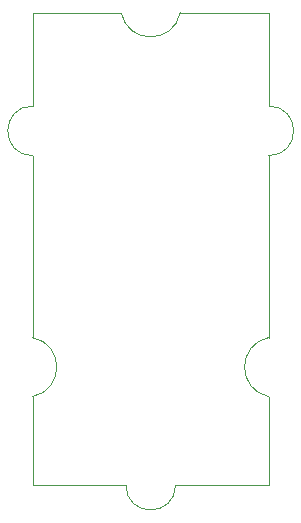
<source format=gbr>
%TF.GenerationSoftware,KiCad,Pcbnew,(6.0.6-0)*%
%TF.CreationDate,2023-05-31T20:28:53-07:00*%
%TF.ProjectId,HCT20,48435432-302e-46b6-9963-61645f706362,rev?*%
%TF.SameCoordinates,Original*%
%TF.FileFunction,Profile,NP*%
%FSLAX46Y46*%
G04 Gerber Fmt 4.6, Leading zero omitted, Abs format (unit mm)*
G04 Created by KiCad (PCBNEW (6.0.6-0)) date 2023-05-31 20:28:53*
%MOMM*%
%LPD*%
G01*
G04 APERTURE LIST*
%TA.AperFunction,Profile*%
%ADD10C,0.100000*%
%TD*%
G04 APERTURE END LIST*
D10*
X107500001Y-60000000D02*
G75*
G03*
X112499999Y-60000000I2499999J500000D01*
G01*
X112100000Y-100000000D02*
X120000000Y-100000000D01*
X120000000Y-60000000D02*
X120000000Y-67900000D01*
X100000000Y-100000000D02*
X107900000Y-100000000D01*
X120000000Y-87500001D02*
G75*
G03*
X120000000Y-92499999I500000J-2499999D01*
G01*
X107900000Y-100000000D02*
G75*
G03*
X112100000Y-100000000I2100000J0D01*
G01*
X100000000Y-67900000D02*
G75*
G03*
X100000000Y-72100000I0J-2100000D01*
G01*
X120000000Y-60000000D02*
X112500000Y-60000000D01*
X120000000Y-92500000D02*
X120000000Y-100000000D01*
X100000000Y-72100000D02*
X100000000Y-87500000D01*
X107500000Y-60000000D02*
X100000000Y-60000000D01*
X120000000Y-72100000D02*
X120000000Y-87500000D01*
X100000000Y-92500000D02*
X100000000Y-100000000D01*
X100000000Y-60000000D02*
X100000000Y-67900000D01*
X120000000Y-72100000D02*
G75*
G03*
X120000000Y-67900000I0J2100000D01*
G01*
X100000000Y-92499999D02*
G75*
G03*
X100000000Y-87500001I-500000J2499999D01*
G01*
M02*

</source>
